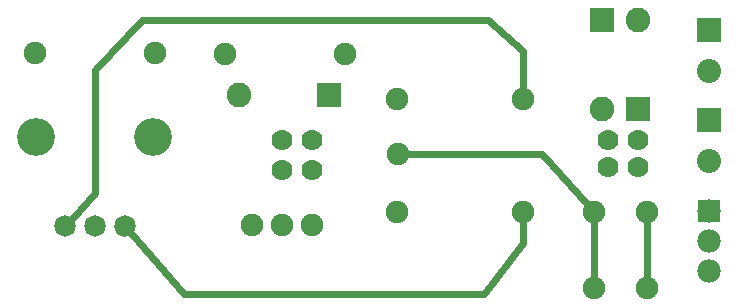
<source format=gbl>
G04 MADE WITH FRITZING*
G04 WWW.FRITZING.ORG*
G04 DOUBLE SIDED*
G04 HOLES PLATED*
G04 CONTOUR ON CENTER OF CONTOUR VECTOR*
%ASAXBY*%
%FSLAX23Y23*%
%MOIN*%
%OFA0B0*%
%SFA1.0B1.0*%
%ADD10C,0.075000*%
%ADD11C,0.075118*%
%ADD12C,0.074803*%
%ADD13C,0.082000*%
%ADD14C,0.080000*%
%ADD15C,0.070000*%
%ADD16C,0.071889*%
%ADD17C,0.071917*%
%ADD18C,0.124033*%
%ADD19C,0.078000*%
%ADD20C,0.125984*%
%ADD21R,0.082000X0.082000*%
%ADD22R,0.080000X0.080000*%
%ADD23R,0.078000X0.078000*%
%ADD24C,0.024000*%
%LNCOPPER0*%
G90*
G70*
G54D10*
X262Y899D03*
X662Y899D03*
G54D11*
X1888Y745D03*
X1467Y745D03*
X1467Y371D03*
X1888Y371D03*
G54D12*
X1470Y562D03*
G54D10*
X893Y898D03*
X1293Y898D03*
G54D13*
X1240Y761D03*
X942Y761D03*
X2271Y713D03*
X2271Y1011D03*
X2151Y1010D03*
X2151Y712D03*
G54D14*
X2508Y677D03*
X2508Y540D03*
G54D10*
X1185Y325D03*
X1085Y325D03*
X985Y325D03*
G54D15*
X2270Y611D03*
X2170Y611D03*
X2270Y521D03*
X2170Y521D03*
X1085Y611D03*
X1085Y511D03*
X1185Y611D03*
X1185Y511D03*
G54D16*
X361Y324D03*
X461Y324D03*
G54D17*
X561Y324D03*
G54D18*
X266Y619D03*
X655Y619D03*
G54D19*
X2508Y372D03*
X2508Y272D03*
X2508Y172D03*
G54D10*
X2300Y371D03*
X2300Y115D03*
X2123Y371D03*
X2123Y115D03*
G54D14*
X2508Y977D03*
X2508Y839D03*
G54D20*
X266Y621D03*
X656Y621D03*
G54D21*
X1241Y761D03*
X2271Y712D03*
X2151Y1011D03*
G54D22*
X2508Y677D03*
G54D23*
X2508Y372D03*
G54D22*
X2508Y977D03*
G54D24*
X2123Y143D02*
X2123Y342D01*
D02*
X2300Y342D02*
X2300Y143D01*
D02*
X1508Y562D02*
X1952Y562D01*
D02*
X1952Y562D02*
X2103Y392D01*
D02*
X1757Y98D02*
X758Y98D01*
D02*
X758Y98D02*
X582Y299D01*
D02*
X1888Y268D02*
X1757Y98D01*
D02*
X1888Y332D02*
X1888Y268D01*
D02*
X1770Y1010D02*
X618Y1010D01*
D02*
X460Y843D02*
X460Y434D01*
D02*
X618Y1010D02*
X460Y843D01*
D02*
X1888Y784D02*
X1888Y907D01*
D02*
X1888Y907D02*
X1770Y1010D01*
D02*
X460Y434D02*
X383Y348D01*
G04 End of Copper0*
M02*
</source>
